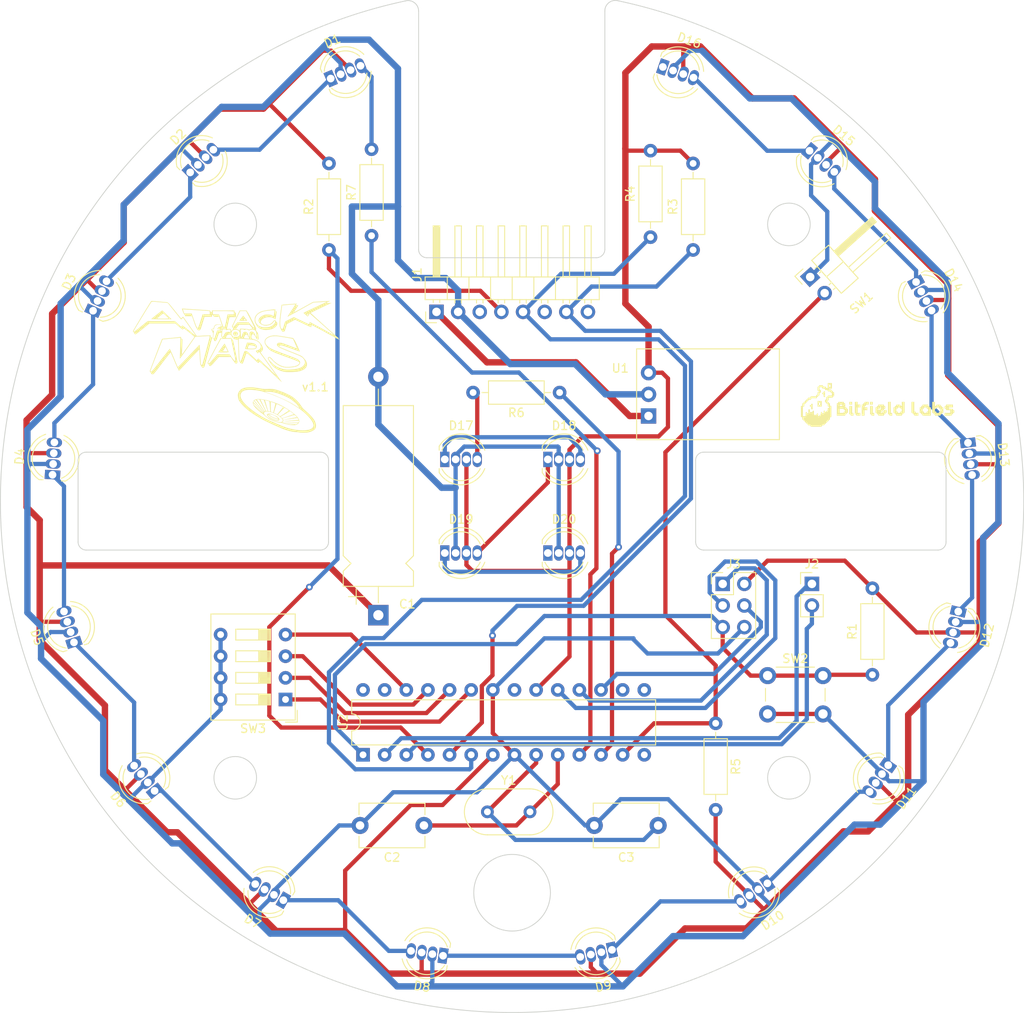
<source format=kicad_pcb>
(kicad_pcb (version 20211014) (generator pcbnew)
  (title_block (title "Attack from Mars RGB Saucer") (rev "1.1") (company "bitfield labs"))
  (layers (0 "F.Cu" signal) (31 "B.Cu" signal) (34 "B.Paste" user) (35 "F.Paste" user) (36 "B.SilkS" user "B.Silkscreen") (37 "F.SilkS" user "F.Silkscreen") (38 "B.Mask" user) (39 "F.Mask" user) (44 "Edge.Cuts" user))
  (net 0 "")
  (net 1 "+5V")
  (net 2 "GND")
  (net 3 "Net-(C2-Pad1)")
  (net 4 "Net-(C3-Pad1)")
  (net 5 "Net-(D1-Pad1)")
  (net 6 "Net-(D1-Pad4)")
  (net 7 "Net-(D3-Pad4)")
  (net 8 "Net-(D3-Pad1)")
  (net 9 "Net-(D4-Pad1)")
  (net 10 "Net-(D5-Pad1)")
  (net 11 "Net-(D7-Pad4)")
  (net 12 "Net-(D7-Pad1)")
  (net 13 "Net-(D8-Pad1)")
  (net 14 "Net-(D9-Pad1)")
  (net 15 "Net-(D11-Pad4)")
  (net 16 "Net-(D11-Pad1)")
  (net 17 "Net-(D12-Pad1)")
  (net 18 "Net-(D13-Pad1)")
  (net 19 "Net-(D15-Pad4)")
  (net 20 "Net-(D15-Pad1)")
  (net 22 "Net-(D18-Pad4)")
  (net 23 "Net-(D17-Pad4)")
  (net 24 "Net-(D18-Pad1)")
  (net 25 "Net-(D19-Pad1)")
  (net 27 "+12V")
  (net 29 "/CLK")
  (net 30 "/DATA")
  (net 32 "/FLASH")
  (net 34 "/RX")
  (net 35 "/TX")
  (net 36 "/MISO")
  (net 37 "/SCK")
  (net 38 "/MOSI")
  (net 39 "/RESET")
  (net 40 "Net-(R5-Pad1)")
  (net 41 "Net-(R6-Pad1)")
  (net 42 "Net-(R7-Pad1)")
  (net 43 "Net-(U2-Pad23)")
  (net 44 "Net-(U2-Pad24)")
  (net 45 "Net-(U2-Pad25)")
  (net 46 "Net-(U2-Pad26)")
  (footprint "LED_THT:LED_D5.0mm-4_RGB" (layer "F.Cu") (at 129.972258 144.897496 -146.2)
    (fp_text reference "D10")
    (fp_text value "APA-106-F5")
  )
  (footprint "Resistor_THT:R_Axial_DIN0207_L6.3mm_D2.5mm_P10.16mm_Horizontal" (layer "F.Cu") (at 116.25 69 90)
    (fp_text reference "R4")
    (fp_text value "1k")
  )
  (footprint "LED_THT:LED_D5.0mm-4_RGB" (layer "F.Cu") (at 58.029219 134.031652 129.1)
    (fp_text reference "D6")
    (fp_text value "APA-106-F5")
  )
  (footprint "LED_THT:LED_D5.0mm-4_RGB" (layer "F.Cu") (at 92.1 106.1)
    (fp_text reference "D19")
    (fp_text value "APA-106-F5")
  )
  (footprint "LED_THT:LED_D5.0mm-4_RGB" (layer "F.Cu") (at 104.2 106.1)
    (fp_text reference "D20")
    (fp_text value "APA-106-F5")
  )
  (footprint "Resistor_THT:R_Axial_DIN0207_L6.3mm_D2.5mm_P10.16mm_Horizontal" (layer "F.Cu") (at 123.9 126.1 -90)
    (fp_text reference "R5")
    (fp_text value "1k")
  )
  (footprint "LED_THT:LED_D5.0mm-4_RGB" (layer "F.Cu") (at 117.698266 49.007438 -19.2)
    (fp_text reference "D16")
    (fp_text value "APA-106-F5")
  )
  (footprint "LED_THT:LED_D5.0mm-4_RGB" (layer "F.Cu") (at 92.1 95.1)
    (fp_text reference "D17")
    (fp_text value "APA-106-F5")
  )
  (footprint "Resistor_THT:R_Axial_DIN0207_L6.3mm_D2.5mm_P10.16mm_Horizontal" (layer "F.Cu") (at 83.5 68.83 90)
    (fp_text reference "R7")
    (fp_text value "220")
  )
  (footprint "bfl:saucer" (layer "F.Cu") (at 72.5 89.1 -25)
    (fp_text reference "G***" hide)
    (fp_text value "LOGO" hide)
  )
  (footprint "LED_THT:LED_D5.0mm-4_RGB" (layer "F.Cu") (at 104.2 95.1)
    (fp_text reference "D18")
    (fp_text value "APA-106-F5")
  )
  (footprint "LED_THT:LED_D5.0mm-4_RGB" (layer "F.Cu") (at 48.564795 116.591332 107.9)
    (fp_text reference "D5")
    (fp_text value "APA-106-F5")
  )
  (footprint "Button_Switch_THT:SW_PUSH_6mm_H9.5mm" (layer "F.Cu") (at 130 120.5)
    (fp_text reference "SW2")
    (fp_text value "SW_Push")
  )
  (footprint "Connector_PinHeader_2.54mm:PinHeader_2x03_P2.54mm_Vertical" (layer "F.Cu") (at 124.725 109.725)
    (fp_text reference "J3")
    (fp_text value "Conn_02x03_Odd_Even")
  )
  (footprint "Capacitor_THT:C_Disc_D7.5mm_W5.0mm_P7.50mm" (layer "F.Cu") (at 117.15 138.1 180)
    (fp_text reference "C3")
    (fp_text value "22pF")
  )
  (footprint "LED_THT:LED_D5.0mm-4_RGB" (layer "F.Cu") (at 152.381515 112.965972 -103.9)
    (fp_text reference "D12")
    (fp_text value "APA-106-F5")
  )
  (footprint "LED_THT:LED_D5.0mm-4_RGB" (layer "F.Cu") (at 78.702036 50.369216 23.2)
    (fp_text reference "D1")
    (fp_text value "APA-106-F5")
  )
  (footprint "Resistor_THT:R_Axial_DIN0207_L6.3mm_D2.5mm_P10.16mm_Horizontal" (layer "F.Cu") (at 78.5 70.5 90)
    (fp_text reference "R2")
    (fp_text value "1k")
  )
  (footprint "LED_THT:LED_D5.0mm-4_RGB" (layer "F.Cu") (at 91.895849 153.401524 171.4)
    (fp_text reference "D8")
    (fp_text value "APA-106-F5")
  )
  (footprint "Resistor_THT:R_Axial_DIN0207_L6.3mm_D2.5mm_P10.16mm_Horizontal" (layer "F.Cu") (at 121.25 70.5 90)
    (fp_text reference "R3")
    (fp_text value "1k")
  )
  (footprint "Converter_DCDC:Converter_DCDC_Murata_OKI-78SR_Horizontal" (layer "F.Cu") (at 116.02 90 90)
    (fp_text reference "U1")
    (fp_text value "OKI-78SR-5_1.5-W36-C")
  )
  (footprint "Connector_PinHeader_2.54mm:PinHeader_1x08_P2.54mm_Horizontal" (layer "F.Cu") (at 91.125 77.775 90)
    (fp_text reference "J1")
    (fp_text value "Conn_01x08_Male")
  )
  (footprint "Resistor_THT:R_Axial_DIN0207_L6.3mm_D2.5mm_P10.16mm_Horizontal" (layer "F.Cu") (at 105.58 87.25 180)
    (fp_text reference "R6")
    (fp_text value "220")
  )
  (footprint "LED_THT:LED_D5.0mm-4_RGB" (layer "F.Cu") (at 73.146895 146.881881 150.2)
    (fp_text reference "D7")
    (fp_text value "APA-106-F5")
  )
  (footprint "Connector_PinHeader_2.54mm:PinHeader_1x02_P2.54mm_Horizontal" (layer "F.Cu") (at 134.9956 73.679937 42)
    (fp_text reference "SW1")
    (fp_text value "Vibration Sensor")
  )
  (footprint "LED_THT:LED_D5.0mm-4_RGB" (layer "F.Cu") (at 147.427862 74.265277 -61.5)
    (fp_text reference "D14")
    (fp_text value "APA-106-F5")
  )
  (footprint "LED_THT:LED_D5.0mm-4_RGB" (layer "F.Cu") (at 62.206663 61.391611 44.4)
    (fp_text reference "D2")
    (fp_text value "APA-106-F5")
  )
  (footprint "Button_Switch_THT:SW_DIP_SPSTx04_Slide_9.78x12.34mm_W7.62mm_P2.54mm" (layer "F.Cu") (at 73.4 123.3 180)
    (fp_text reference "SW3")
    (fp_text value "SW_DIP_x04")
  )
  (footprint "LED_THT:LED_D5.0mm-4_RGB" (layer "F.Cu") (at 153.520786 93.154143 -82.7)
    (fp_text reference "D13")
    (fp_text value "APA-106-F5")
  )
  (footprint "Capacitor_THT:CP_Axial_L21.0mm_D8.0mm_P28.00mm_Horizontal" (layer "F.Cu") (at 84.3 113.4 90)
    (fp_text reference "C1")
    (fp_text value "100uF")
  )
  (footprint "LED_THT:LED_D5.0mm-4_RGB" (layer "F.Cu") (at 111.723763 152.709117 -167.4)
    (fp_text reference "D9")
    (fp_text value "APA-106-F5")
  )
  (footprint "Resistor_THT:R_Axial_DIN0207_L6.3mm_D2.5mm_P10.16mm_Horizontal" (layer "F.Cu") (at 142.3 120.4 90)
    (fp_text reference "R1")
    (fp_text value "10k")
  )
  (footprint "Connector_PinHeader_2.54mm:PinHeader_1x02_P2.54mm_Vertical" (layer "F.Cu") (at 135.2 109.725)
    (fp_text reference "J2")
    (fp_text value "Conn_01x02_Male")
  )
  (footprint "Capacitor_THT:C_Disc_D7.5mm_W5.0mm_P7.50mm" (layer "F.Cu") (at 89.65 138.1 180)
    (fp_text reference "C2")
    (fp_text value "22pF")
  )
  (footprint "LED_THT:LED_D5.0mm-4_RGB" (layer "F.Cu") (at 134.92234 58.852324 -40.4)
    (fp_text reference "D15")
    (fp_text value "APA-106-F5")
  )
  (footprint "LED_THT:LED_D5.0mm-4_RGB" (layer "F.Cu") (at 50.806757 77.63936 65.5)
    (fp_text reference "D3")
    (fp_text value "APA-106-F5")
  )
  (footprint "LED_THT:LED_D5.0mm-4_RGB" (layer "F.Cu") (at 46.046296 96.907235 86.7)
    (fp_text reference "D4")
    (fp_text value "APA-106-F5")
  )
  (footprint "bfl:bl_logo" (layer "F.Cu") (at 142.9 88.7)
    (fp_text reference "G***" hide)
    (fp_text value "LOGO" hide)
  )
  (footprint "LED_THT:LED_D5.0mm-4_RGB" (layer "F.Cu") (at 144.156721 131.024014 -125.1)
    (fp_text reference "D11")
    (fp_text value "APA-106-F5")
  )
  (footprint "Crystal:Resonator-2Pin_W10.0mm_H5.0mm" (layer "F.Cu") (at 97.1 136.5)
    (fp_text reference "Y1")
    (fp_text value "Crystal")
  )
  (footprint "bfl:afm_logo_s" (layer "F.Cu") (at 67.9 81.5)
    (fp_text reference "QR" hide)
    (fp_text value "QRCODE" hide)
  )
  (footprint "Package_DIP:DIP-28_W7.62mm" (layer "F.Cu") (at 82.5 129.8 90)
    (fp_text reference "U2")
    (fp_text value "ATmega328P-P")
  )
  (footprint "bfl:qrcode" (layer "B.Cu") (at 67 82.1 180)
    (fp_text reference "G***" hide)
    (fp_text value "LOGO" hide)
  )
  (gr_line (start 150 94.25) (end 122.5 94.25) (layer "Edge.Cuts") (width 0.1))
  (gr_circle (center 132.5 132.5) (end 135 132.5) (layer "Edge.Cuts") (width 0.1) (fill none))
  (gr_arc (start 121.55 95.2) (mid 121.828249 94.528249) (end 122.5 94.25) (layer "Edge.Cuts") (width 0.1))
  (gr_arc (start 112.4471 41.23418) (mid 100.043164 160.069543) (end 87.468458 41.252129) (layer "Edge.Cuts") (width 0.1))
  (gr_arc (start 87.468458 41.25213) (mid 88.542396 41.46573) (end 89.026697 42.44778) (layer "Edge.Cuts") (width 0.1))
  (gr_circle (center 100 146) (end 104.5 146) (layer "Edge.Cuts") (width 0.1) (fill none))
  (gr_line (start 89.988861 71.409944) (end 109.888861 71.409944) (layer "Edge.Cuts") (width 0.1))
  (gr_arc (start 150 94.25) (mid 150.671751 94.528249) (end 150.95 95.2) (layer "Edge.Cuts") (width 0.1))
  (gr_line (start 122.5 105.75) (end 150 105.75) (layer "Edge.Cuts") (width 0.1))
  (gr_arc (start 110.888861 70.42983) (mid 110.594739 71.129942) (end 109.888861 71.409944) (layer "Edge.Cuts") (width 0.1))
  (gr_arc (start 122.5 105.75) (mid 121.828249 105.471751) (end 121.55 104.8) (layer "Edge.Cuts") (width 0.1))
  (gr_circle (center 132.5 67.5) (end 135 67.5) (layer "Edge.Cuts") (width 0.1) (fill none))
  (gr_circle (center 67.5 132.5) (end 70 132.5) (layer "Edge.Cuts") (width 0.1) (fill none))
  (gr_line (start 78.45 95.2) (end 78.45 104.8) (layer "Edge.Cuts") (width 0.1))
  (gr_arc (start 49.05 95.2) (mid 49.328249 94.528249) (end 50 94.25) (layer "Edge.Cuts") (width 0.1))
  (gr_line (start 77.5 94.25) (end 50 94.25) (layer "Edge.Cuts") (width 0.1))
  (gr_arc (start 89.988861 71.409944) (mid 89.308508 71.128133) (end 89.026697 70.44778) (layer "Edge.Cuts") (width 0.1))
  (gr_line (start 110.888861 42.42983) (end 110.888861 70.42983) (layer "Edge.Cuts") (width 0.1))
  (gr_arc (start 50 105.75) (mid 49.328249 105.471751) (end 49.05 104.8) (layer "Edge.Cuts") (width 0.1))
  (gr_arc (start 150.95 104.8) (mid 150.671751 105.471751) (end 150 105.75) (layer "Edge.Cuts") (width 0.1))
  (gr_line (start 49.05 95.2) (end 49.05 104.8) (layer "Edge.Cuts") (width 0.1))
  (gr_arc (start 110.888861 42.42983) (mid 111.373162 41.44778) (end 112.4471 41.23418) (layer "Edge.Cuts") (width 0.1))
  (gr_arc (start 78.45 104.8) (mid 78.171751 105.471751) (end 77.5 105.75) (layer "Edge.Cuts") (width 0.1))
  (gr_line (start 150.95 95.2) (end 150.95 104.8) (layer "Edge.Cuts") (width 0.1))
  (gr_circle (center 67.5 67.5) (end 70 67.5) (layer "Edge.Cuts") (width 0.1) (fill none))
  (gr_line (start 121.55 95.2) (end 121.55 104.8) (layer "Edge.Cuts") (width 0.1))
  (gr_arc (start 77.5 94.25) (mid 78.171751 94.528249) (end 78.45 95.2) (layer "Edge.Cuts") (width 0.1))
  (gr_line (start 89.026697 42.44778) (end 89.026697 70.44778) (layer "Edge.Cuts") (width 0.1))
  (gr_line (start 50 105.75) (end 77.5 105.75) (layer "Edge.Cuts") (width 0.1))
  (gr_text "v1.1" (at 76.9 86.6) (layer "F.SilkS") (effects (font (size 1 1))))
  (segment (start 129.99 107) (end 139.06 107) (width 0.5) (layer "F.Cu") (net 1))
  (segment (start 118.3 91.3) (end 118.3 85.6) (width 0.5) (layer "F.Cu") (net 1))
  (segment (start 157.1 102.6) (end 154.9 104.8) (width 0.75) (layer "F.Cu") (net 1))
  (segment (start 52.2 124) (end 44.541992 116.341992) (width 0.75) (layer "F.Cu") (net 1))
  (segment (start 51.428058 75.328058) (end 50.05 73.95) (width 0.5) (layer "F.Cu") (net 1))
  (segment (start 138.75 58.35) (end 142.6 62.2) (width 0.75) (layer "F.Cu") (net 1))
  (segment (start 78.5 60.34) (end 71.56 53.4) (width 0.5) (layer "F.Cu") (net 1))
  (segment (start 54.4 69.6) (end 54.4 65.2) (width 0.75) (layer "F.Cu") (net 1))
  (segment (start 145.25 135.35) (end 141.8 138.8) (width 0.75) (layer "F.Cu") (net 1))
  (segment (start 71.3 53.4) (end 77.6 47.1) (width 0.75) (layer "F.Cu") (net 1))
  (segment (start 94.64 95.1) (end 94.64 106.1) (width 0.5) (layer "F.Cu") (net 1))
  (segment (start 146.5 134.1) (end 145.25 135.35) (width 0.75) (layer "F.Cu") (net 1))
  (segment (start 142.6 65.9) (end 151.2 74.5) (width 0.75) (layer "F.Cu") (net 1))
  (segment (start 116.25 58.84) (end 113.54 58.84) (width 0.5) (layer "F.Cu") (net 1))
  (segment (start 142.696208 133.102114) (end 143.002114 133.102114) (width 0.5) (layer "F.Cu") (net 1))
  (segment (start 116.02 84.92) (end 116.02 79.52) (width 0.75) (layer "F.Cu") (net 1))
  (segment (start 94.64 106.1) (end 94.64 107.5) (width 0.5) (layer "F.Cu") (net 1))
  (segment (start 113.3 58.6) (end 113.3 49.7) (width 0.75) (layer "F.Cu") (net 1))
  (segment (start 50.05 73.95) (end 54.4 69.6) (width 0.75) (layer "F.Cu") (net 1))
  (segment (start 118.3 85.6) (end 117.62 84.92) (width 0.5) (layer "F.Cu") (net 1))
  (segment (start 136.856647 60.243353) (end 138.75 58.35) (width 0.5) (layer "F.Cu") (net 1))
  (segment (start 88.1 135.7) (end 80.4 143.4) (width 0.5) (layer "F.Cu") (net 1))
  (segment (start 117.2 92.4) (end 118.3 91.3) (width 0.5) (layer "F.Cu") (net 1))
  (segment (start 141.8 138.8) (end 138.9 138.8) (width 0.75) (layer "F.Cu") (net 1))
  (segment (start 120.6 46.6) (end 122.1 46.6) (width 0.75) (layer "F.Cu") (net 1))
  (segment (start 148.758226 76.379091) (end 151.020909 76.379091) (width 0.5) (layer "F.Cu") (net 1))
  (segment (start 113.3 49.7) (end 116.4 46.6) (width 0.75) (layer "F.Cu") (net 1))
  (segment (start 78.768036 47.1) (end 77.6 47.1) (width 0.5) (layer "F.Cu") (net 1))
  (segment (start 43 100.7) (end 43 94.4) (width 0.75) (layer "F.Cu") (net 1))
  (segment (start 154.868408 115.431592) (end 154.9 115.4) (width 0.5) (layer "F.Cu") (net 1))
  (segment (start 89 155.5) (end 85.4 155.5) (width 0.75) (layer "F.Cu") (net 1))
  (segment (start 127.5 150.2) (end 120.3 150.2) (width 0.75) (layer "F.Cu") (net 1))
  (segment (start 65.7 53.9) (end 70.8 53.9) (width 0.75) (layer "F.Cu") (net 1))
  (segment (start 80.4 143.4) (end 80.4 150.5) (width 0.5) (layer "F.Cu") (net 1))
  (segment (start 78.458008 107.558008) (end 44.541992 107.558008) (width 0.75) (layer "F.Cu") (net 1))
  (segment (start 44.541992 102.241992) (end 43 100.7) (width 0.75) (layer "F.Cu") (net 1))
  (segment (start 156.673555 95.673555) (end 157.1 96.1) (width 0.5) (layer "F.Cu") (net 1))
  (segment (start 147.491592 115.431592) (end 151.771336 115.431592) (width 0.5) (layer "F.Cu") (net 1))
  (segment (start 80.4 150.5) (end 72.3 150.5) (width 0.75) (layer "F.Cu") (net 1))
  (segment (start 43.028553 94.371447) (end 43 94.4) (width 0.5) (layer "F.Cu") (net 1))
  (segment (start 81.03664 49.368604) (end 78.768036 47.1) (width 0.5) (layer "F.Cu") (net 1))
  (segment (start 113.3 76.8) (end 113.3 58.6) (width 0.75) (layer "F.Cu") (net 1))
  (segment (start 89.384408 155.115592) (end 89 155.5) (width 0.5) (layer "F.Cu") (net 1))
  (segment (start 44.541992 107.558008) (end 44.541992 102.241992) (width 0.75) (layer "F.Cu") (net 1))
  (segment (start 54.55 133.95) (end 52.2 131.6) (width 0.75) (layer "F.Cu") (net 1))
  (segment (start 138.9 138.8) (end 129.65 148.05) (width 0.75) (layer "F.Cu") (net 1))
  (segment (start 44.541992 116.341992) (end 44.541992 114.458008) (width 0.75) (layer "F.Cu") (net 1))
  (segment (start 110 155.5) (end 89 155.5) (width 0.75) (layer "F.Cu") (net 1))
  (segment (start 51.860078 75.328058) (end 51.428058 75.328058) (width 0.5) (layer "F.Cu") (net 1))
  (segment (start 123.9 142.34893) (end 127.861557 146.310487) (width 0.5) (layer "F.Cu") (net 1))
  (segment (start 43 94.4) (end 43 90.5) (width 0.75) (layer "F.Cu") (net 1))
  (segment (start 71.56 53.4) (end 71.3 53.4) (width 0.5) (layer "F.Cu") (net 1))
  (segment (start 47.784109 114.174282) (end 44.825718 114.174282) (width 0.5) (layer "F.Cu") (net 1))
  (segment (start 120.096982 49.842759) (end 120.096982 47.103018) (width 0.5) (layer "F.Cu") (net 1))
  (segment (start 128.2 52.7) (end 133.1 52.7) (width 0.75) (layer "F.Cu") (net 1))
  (segment (start 146.5 125.1) (end 146.5 134.1) (width 0.75) (layer "F.Cu") (net 1))
  (segment (start 70.942771 145.619567) (end 70.880433 145.619567) (width 0.5) (layer "F.Cu") (net 1))
  (segment (start 44.825718 114.174282) (end 44.541992 114.458008) (width 0.5) (layer "F.Cu") (net 1))
  (segment (start 151.771336 115.431592) (end 154.868408 115.431592) (width 0.5) (layer "F.Cu") (net 1))
  (segment (start 151.2 76.2) (end 151.2 85.2) (width 0.75) (layer "F.Cu") (net 1))
  (segment (start 133.1 52.7) (end 138.75 58.35) (width 0.75) (layer "F.Cu") (net 1))
  (segment (start 157.1 91.1) (end 157.1 96.1) (width 0.75) (layer "F.Cu") (net 1))
  (segment (start 120.096982 47.103018) (end 120.6 46.6) (width 0.5) (layer "F.Cu") (net 1))
  (segment (start 84.3 113.4) (end 78.458008 107.558008) (width 0.75) (layer "F.Cu") (net 1))
  (segment (start 89.384408 153.021704) (end 89.384408 155.115592) (width 0.5) (layer "F.Cu") (net 1))
  (segment (start 46 87.5) (end 46 78) (width 0.75) (layer "F.Cu") (net 1))
  (segment (start 151.2 85.2) (end 157.1 91.1) (width 0.75) (layer "F.Cu") (net 1))
  (segment (start 123.9 136.26) (end 123.9 142.34893) (width 0.5) (layer "F.Cu") (net 1))
  (segment (start 154.9 115.4) (end 154.9 116.7) (width 0.75) (layer "F.Cu") (net 1))
  (segment (start 116.25 58.84) (end 119.75 58.84) (width 0.5) (layer "F.Cu") (net 1))
  (segment (start 106.74 95.1) (end 106.74 106.1) (width 0.5) (layer "F.Cu") (net 1))
  (segment (start 43 90.5) (end 46 87.5) (width 0.75) (layer "F.Cu") (net 1))
  (segment (start 85.4 155.5) (end 80.4 150.5) (width 0.75) (layer "F.Cu") (net 1))
  (segment (start 106.68 108.2) (end 106.74 108.14) (width 0.5) (layer "F.Cu") (net 1))
  (segment (start 154.9 104.8) (end 154.9 115.4) (width 0.75) (layer "F.Cu") (net 1))
  (segment (start 97.74 129.8) (end 91.84 135.7) (width 0.5) (layer "F.Cu") (net 1))
  (segment (start 106.74 95.1) (end 106.74 93.96) (width 0.5) (layer "F.Cu") (net 1))
  (segment (start 154.9 116.7) (end 146.5 125.1) (width 0.75) (layer "F.Cu") (net 1))
  (segment (start 91.84 135.7) (end 88.1 135.7) (width 0.5) (layer "F.Cu") (net 1))
  (segment (start 64.014466 59.614466) (end 62 57.6) (width 0.5) (layer "F.Cu") (net 1))
  (segment (start 46.192509 94.371447) (end 43.028553 94.371447) (width 0.5) (layer "F.Cu") (net 1))
  (segment (start 60.7 138.9) (end 59.5 138.9) (width 0.75) (layer "F.Cu") (net 1))
  (segment (start 108.3 92.4) (end 117.2 92.4) (width 0.5) (layer "F.Cu") (net 1))
  (segment (start 116.02 79.52) (end 113.3 76.8) (width 0.75) (layer "F.Cu") (net 1))
  (segment (start 54.4 65.2) (end 62 57.6) (width 0.75) (layer "F.Cu") (net 1))
  (segment (start 70.8 53.9) (end 71.3 53.4) (width 0.75) (layer "F.Cu") (net 1))
  (segment (start 148.639845 76.497472) (end 148.758226 76.379091) (width 0.5) (layer "F.Cu") (net 1))
  (segment (start 129.65 148.05) (end 127.5 150.2) (width 0.75) (layer "F.Cu") (net 1))
  (segment (start 116.4 46.6) (end 120.6 46.6) (width 0.75) (layer "F.Cu") (net 1))
  (segment (start 70.880433 145.619567) (end 69.15 147.35) (width 0.5) (layer "F.Cu") (net 1))
  (segment (start 106.74 118.26) (end 106.74 108.14) (width 0.5) (layer "F.Cu") (net 1))
  (segment (start 139.06 107) (end 142.3 110.24) (width 0.5) (layer "F.Cu") (net 1))
  (segment (start 119.75 58.84) (end 121.25 60.34) (width 0.5) (layer "F.Cu") (net 1))
  (segment (start 127.861557 146.310487) (end 127.910487 146.310487) (width 0.5) (layer "F.Cu") (net 1))
  (segment (start 127.910487 146.310487) (end 129.65 148.05) (width 0.5) (layer "F.Cu") (net 1))
  (segment (start 69.15 147.35) (end 60.7 138.9) (width 0.75) (layer "F.Cu") (net 1))
  (segment (start 142.6 62.2) (end 142.6 65.9) (width 0.75) (layer "F.Cu") (net 1))
  (segment (start 151.2 74.5) (end 151.2 76.2) (width 0.75) (layer "F.Cu") (net 1))
  (segment (start 102.82 122.18) (end 106.74 118.26) (width 0.5) (layer "F.Cu") (net 1))
  (segment (start 109.244934 154.744934) (end 110 155.5) (width 0.5) (layer "F.Cu") (net 1))
  (segment (start 64.021424 59.614466) (end 64.014466 59.614466) (width 0.5) (layer "F.Cu") (net 1))
  (segment (start 59.5 138.9) (end 54.55 133.95) (width 0.75) (layer "F.Cu") (net 1))
  (segment (start 56.427302 132.060494) (end 56.427302 132.072698) (width 0.5) (layer "F.Cu") (net 1))
  (segment (start 62 57.6) (end 65.7 53.9) (width 0.75) (layer "F.Cu") (net 1))
  (segment (start 117.62 84.92) (end 116.02 84.92) (width 0.5) (layer "F.Cu") (net 1))
  (segment (start 142.3 110.24) (end 147.491592 115.431592) (width 0.5) (layer "F.Cu") (net 1))
  (segment (start 113.54 58.84) (end 113.3 58.6) (width 0.5) (layer "F.Cu") (net 1))
  (segment (start 157.1 96.1) (end 157.1 102.6) (width 0.75) (layer "F.Cu") (net 1))
  (segment (start 136.856647 60.498549) (end 136.856647 60.243353) (width 0.5) (layer "F.Cu") (net 1))
  (segment (start 143.002114 133.102114) (end 145.25 135.35) (width 0.5) (layer "F.Cu") (net 1))
  (segment (start 72.3 150.5) (end 69.15 147.35) (width 0.75) (layer "F.Cu") (net 1))
  (segment (start 44.541992 114.458008) (end 44.541992 107.558008) (width 0.75) (layer "F.Cu") (net 1))
  (segment (start 46 78) (end 50.05 73.95) (width 0.75) (layer "F.Cu") (net 1))
  (segment (start 56.427302 132.072698) (end 54.55 133.95) (width 0.5) (layer "F.Cu") (net 1))
  (segment (start 52.2 131.6) (end 52.2 124) (width 0.75) (layer "F.Cu") (net 1))
  (segment (start 127.265 109.725) (end 129.99 107) (width 0.5) (layer "F.Cu") (net 1))
  (segment (start 153.84353 95.673555) (end 156.673555 95.673555) (width 0.5) (layer "F.Cu") (net 1))
  (segment (start 95.34 108.2) (end 106.68 108.2) (width 0.5) (layer "F.Cu") (net 1))
  (segment (start 115 155.5) (end 110 155.5) (width 0.75) (layer "F.Cu") (net 1))
  (segment (start 106.74 93.96) (end 108.3 92.4) (width 0.5) (layer "F.Cu") (net 1))
  (segment (start 122.1 46.6) (end 128.2 52.7) (width 0.75) (layer "F.Cu") (net 1))
  (segment (start 106.74 108.14) (end 106.74 106.1) (width 0.5) (layer "F.Cu") (net 1))
  (segment (start 94.64 107.5) (end 95.34 108.2) (width 0.5) (layer "F.Cu") (net 1))
  (segment (start 109.244934 153.263201) (end 109.244934 154.744934) (width 0.5) (layer "F.Cu") (net 1))
  (segment (start 120.3 150.2) (end 115 155.5) (width 0.75) (layer "F.Cu") (net 1))
  (segment (start 151.020909 76.379091) (end 151.2 76.2) (width 0.5) (layer "F.Cu") (net 1))
  (segment (start 97.74 127.26) (end 100.28 129.8) (width 0.5) (layer "F.Cu") (net 2))
  (segment (start 97.74 122.18) (end 97.74 127.26) (width 0.5) (layer "F.Cu") (net 2))
  (segment (start 130 125) (end 136.5 125) (width 0.5) (layer "F.Cu") (net 2))
  (segment (start 127.9 52.7) (end 122.3 47.1) (width 0.75) (layer "B.Cu") (net 2))
  (segment (start 103.795 116.125) (end 97.74 122.18) (width 0.5) (layer "B.Cu") (net 2))
  (segment (start 135.889494 59.675436) (end 135.889494 59.410506) (width 0.5) (layer "B.Cu") (net 2))
  (segment (start 79.869338 48.569338) (end 77.9 46.6) (width 0.5) (layer "B.Cu") (net 2))
  (segment (start 153.682158 94.413849) (end 156.986151 94.413849) (width 0.5) (layer "B.Cu") (net 2))
  (segment (start 132.8 52.7) (end 127.9 52.7) (width 0.75) (layer "B.Cu") (net 2))
  (segment (start 155.3 104.3) (end 157.1 102.5) (width 0.75) (layer "B.Cu") (net 2))
  (segment (start 90.1 157) (end 113 157) (width 0.75) (layer "B.Cu") (net 2))
  (segment (start 44.7 118.5) (end 52 125.8) (width 0.75) (layer "B.Cu") (net 2))
  (segment (start 135.1 60.46493) (end 135.1 64.1) (width 0.5) (layer "B.Cu") (net 2))
  (segment (start 61.1 58.5) (end 54.4 65.2) (width 0.75) (layer "B.Cu") (net 2))
  (segment (start 143.2 138) (end 148.3 132.9) (width 0.75) (layer "B.Cu") (net 2))
  (segment (start 84.3 85.4) (end 84.3 76.4) (width 0.75) (layer "B.Cu") (net 2))
  (segment (start 93.37 94.612) (end 94.382 93.6) (width 0.5) (layer "B.Cu") (net 2))
  (segment (start 51.333417 76.483709) (end 50.983709 76.483709) (width 0.5) (layer "B.Cu") (net 2))
  (segment (start 86.5 157) (end 90.1 157) (width 0.75) (layer "B.Cu") (net 2))
  (segment (start 148.215229 75.2) (end 151.1 75.2) (width 0.5) (layer "B.Cu") (net 2))
  (segment (start 72.044833 146.250724) (end 70.35 147.945557) (width 0.5) (layer "B.Cu") (net 2))
  (segment (start 105.47 93.7) (end 105.47 95.1) (width 0.5) (layer "B.Cu") (net 2))
  (segment (start 114.25 116.25) (end 114.25 116.125) (width 0.5) (layer "B.Cu") (net 2))
  (segment (start 116.02 87.46) (end 110.96 87.46) (width 0.75) (layer "B.Cu") (net 2))
  (segment (start 88.7 73.8) (end 86.6 71.7) (width 0.75) (layer "B.Cu") (net 2))
  (segment (start 110.484349 154.484349) (end 113 157) (width 0.5) (layer "B.Cu") (net 2))
  (segment (start 48.174452 115.382807) (end 45.817193 115.382807) (width 0.5) (layer "B.Cu") (net 2))
  (segment (start 151.1 84.9) (end 151.1 75.2) (width 0.75) (layer "B.Cu") (net 2))
  (segment (start 79.7 138.1) (end 82.15 138.1) (width 0.5) (layer "B.Cu") (net 2))
  (segment (start 136.5 125) (end 143.426464 131.926464) (width 0.5) (layer "B.Cu") (net 2))
  (segment (start 110.96 87.46) (end 107.4 83.9) (width 0.75) (layer "B.Cu") (net 2))
  (segment (start 70.35 149.55) (end 71.6 150.8) (width 0.75) (layer "B.Cu") (net 2))
  (segment (start 43.1 113.1) (end 44.7 114.7) (width 0.75) (layer "B.Cu") (net 2))
  (segment (start 108.58 138.1) (end 100.28 129.8) (width 0.5) (layer "B.Cu") (net 2))
  (segment (start 143.426464 131.926464) (end 143.426464 132.063064) (width 0.5) (layer "B.Cu") (net 2))
  (segment (start 78.7 45.8) (end 77.9 46.6) (width 0.75) (layer "B.Cu") (net 2))
  (segment (start 135.889494 59.410506) (end 137.7 57.6) (width 0.5) (layer "B.Cu") (net 2))
  (segment (start 113 157) (end 118.9 151.1) (width 0.75) (layer "B.Cu") (net 2))
  (segment (start 135.889494 59.675436) (end 135.1 60.46493) (width 0.5) (layer "B.Cu") (net 2))
  (segment (start 72.044833 145.755167) (end 79.7 138.1) (width 0.5) (layer "B.Cu") (net 2))
  (segment (start 47 76.8) (end 47 87.7) (width 0.75) (layer "B.Cu") (net 2))
  (segment (start 94.382 93.6) (end 105.37 93.6) (width 0.5) (layer "B.Cu") (net 2))
  (segment (start 83.2 45.8) (end 78.7 45.8) (width 0.75) (layer "B.Cu") (net 2))
  (segment (start 157.1 94.3) (end 157.1 90.9) (width 0.75) (layer "B.Cu") (net 2))
  (segment (start 127.1 151.1) (end 130.55 147.65) (width 0.75) (layer "B.Cu") (net 2))
  (segment (start 152.076425 114.198782) (end 155.298782 114.198782) (width 0.5) (layer "B.Cu") (net 2))
  (segment (start 95.88 134.2) (end 86.05 134.2) (width 0.5) (layer "B.Cu") (net 2))
  (segment (start 63.114043 60.503039) (end 63.103039 60.503039) (width 0.5) (layer "B.Cu") (net 2))
  (segment (start 65.78 123.3) (end 65.78 124.494334) (width 0.5) (layer "B.Cu") (net 2))
  (segment (start 92.2 73.8) (end 88.7 73.8) (width 0.75) (layer "B.Cu") (net 2))
  (segment (start 157.1 90.9) (end 151.1 84.9) (width 0.75) (layer "B.Cu") (net 2))
  (segment (start 86.6 49.2) (end 83.2 45.8) (width 0.75) (layer "B.Cu") (net 2))
  (segment (start 128.916908 145.603991) (end 128.916908 146.016908) (width 0.5) (layer "B.Cu") (net 2))
  (segment (start 86.6 71.7) (end 86.6 65.4) (width 0.75) (layer "B.Cu") (net 2))
  (segment (start 148.033854 75.381375) (end 148.215229 75.2) (width 0.5) (layer "B.Cu") (net 2))
  (segment (start 115.9 117.9) (end 114.25 116.25) (width 0.5) (layer "B.Cu") (net 2))
  (segment (start 84.3 85.4) (end 84.3 91) (width 0.75) (layer "B.Cu") (net 2))
  (segment (start 155.3 116.6) (end 155.3 114.2) (width 0.75) (layer "B.Cu") (net 2))
  (segment (start 55 135.1) (end 60.1 140.2) (width 0.75) (layer "B.Cu") (net 2))
  (segment (start 65.9 53.7) (end 61.1 58.5) (width 0.75) (layer "B.Cu") (net 2))
  (segment (start 49.15 74.65) (end 47 76.8) (width 0.75) (layer "B.Cu") (net 2))
  (segment (start 130.55 147.65) (end 140.2 138) (width 0.75) (layer "B.Cu") (net 2))
  (segment (start 156.986151 94.413849) (end 157.1 94.3) (width 0.5) (layer "B.Cu") (net 2))
  (segment (start 93.665 77.775) (end 93.665 75.265) (width 0.75) (layer "B.Cu") (net 2))
  (segment (start 65.78 124.494334) (end 57.228261 133.046073) (width 0.5) (layer "B.Cu") (net 2))
  (segment (start 124.17 117.9) (end 115.9 117.9) (width 0.5) (layer "B.Cu") (net 2))
  (segment (start 79.869338 49.86891) (end 79.869338 48.569338) (width 0.5) (layer "B.Cu") (net 2))
  (segment (start 148.3 132.9) (end 148.3 123.6) (width 0.75) (layer "B.Cu") (net 2))
  (segment (start 137.7 57.6) (end 142.6 62.5) (width 0.75) (layer "B.Cu") (net 2))
  (segment (start 143.426464 132.063064) (end 144.2634 132.9) (width 0.5) (layer "B.Cu") (net 2))
  (segment (start 118.9 151.1) (end 127.1 151.1) (width 0.75) (layer "B.Cu") (net 2))
  (segment (start 137 71.675537) (end 134.9956 73.679937) (width 0.5) (layer "B.Cu") (net 2))
  (segment (start 90.640128 156.459872) (end 90.1 157) (width 0.5) (layer "B.Cu") (net 2))
  (segment (start 140.2 138) (end 143.2 138) (width 0.75) (layer "B.Cu") (net 2))
  (segment (start 70.35 147.945557) (end 70.35 149.55) (width 0.5) (layer "B.Cu") (net 2))
  (segment (start 105.47 95.1) (end 105.47 106.1) (width 0.5) (layer "B.Cu") (net 2))
  (segment (start 144.2634 132.9) (end 148.3 132.9) (width 0.5) (layer "B.Cu") (net 2))
  (segment (start 77.9 46.6) (end 70.8 53.7) (width 0.75) (layer "B.Cu") (net 2))
  (segment (start 84.3 76.4) (end 81.2 73.3) (width 0.75) (layer "B.Cu") (net 2))
  (segment (start 84.3 91) (end 91.73 98.43) (width 0.75) (layer "B.Cu") (net 2))
  (segment (start 93.37 95.1) (end 93.37 94.612) (width 0.5) (layer "B.Cu") (net 2))
  (segment (start 60.1 140.2) (end 61 140.2) (width 0.75) (layer "B.Cu") (net 2))
  (segment (start 142.6 62.5) (end 142.6 65.6) (width 0.75) (layer "B.Cu") (net 2))
  (segment (start 142.6 65.6) (end 151.1 74.1) (width 0.75) (layer "B.Cu") (net 2))
  (segment (start 45.817193 115.382807) (end 44.7 116.5) (width 0.5) (layer "B.Cu") (net 2))
  (segment (start 43.1 95.5) (end 43.1 113.1) (width 0.75) (layer "B.Cu") (net 2))
  (segment (start 81.2 73.3) (end 81.2 65.4) (width 0.75) (layer "B.Cu") (net 2))
  (segment (start 57.053927 133.046073) (end 55 135.1) (width 0.5) (layer "B.Cu") (net 2))
  (segment (start 61 140.2) (end 70.35 149.55) (width 0.75) (layer "B.Cu") (net 2))
  (segment (start 52 132.1) (end 55 135.1) (width 0.75) (layer "B.Cu") (net 2))
  (segment (start 100.28 129.8) (end 95.88 134.2) (width 0.5) (layer "B.Cu") (net 2))
  (segment (start 52 125.8) (end 52 132.1) (width 0.75) (layer "B.Cu") (net 2))
  (segment (start 118.897624 49.425099) (end 118.897624 49.102376) (width 0.5) (layer "B.Cu") (net 2))
  (segment (start 109.65 138.1) (end 108.58 138.1) (width 0.5) (layer "B.Cu") (net 2))
  (segment (start 128.916908 146.016908) (end 130.55 147.65) (width 0.5) (layer "B.Cu") (net 2))
  (segment (start 46.119402 95.639341) (end 43.239341 95.639341) (width 0.5) (layer "B.Cu") (net 2))
  (segment (start 137.7 57.6) (end 132.8 52.7) (width 0.75) (layer "B.Cu") (net 2))
  (segment (start 43.239341 95.639341) (end 43.1 95.5) (width 0.5) (layer "B.Cu") (net 2))
  (segment (start 54.4 65.2) (end 54.4 69.4) (width 0.75) (layer "B.Cu") (net 2))
  (segment (start 151.1 74.1) (end 151.1 75.2) (width 0.75) (layer "B.Cu") (net 2))
  (segment (start 81.2 65.4) (end 86.6 65.4) (width 0.75) (layer "B.Cu") (net 2))
  (segment (start 57.228261 133.046073) (end 57.053927 133.046073) (width 0.5) (layer "B.Cu") (net 2))
  (segment (start 44.7 114.7) (end 44.7 116.5) (width 0.75) (layer "B.Cu") (net 2))
  (segment (start 63.103039 60.503039) (end 61.1 58.5) (width 0.5) (layer "B.Cu") (net 2))
  (segment (start 80.3 150.8) (end 86.5 157) (width 0.75) (layer "B.Cu") (net 2))
  (segment (start 112.74 135.01) (end 109.65 138.1) (width 0.5) (layer "B.Cu") (net 2))
  (segment (start 105.37 93.6) (end 105.47 93.7) (width 0.5) (layer "B.Cu") (net 2))
  (segment (start 128.916908 145.603991) (end 118.322917 135.01) (width 0.5) (layer "B.Cu") (net 2))
  (segment (start 110.484349 152.986159) (end 110.484349 154.484349) (width 0.5) (layer "B.Cu") (net 2))
  (segment (start 148.3 123.6) (end 155.3 116.6) (width 0.75) (layer "B.Cu") (net 2))
  (segment (start 107.4 83.9) (end 99.79 83.9) (width 0.75) (layer "B.Cu") (net 2))
  (segment (start 54.4 69.4) (end 49.15 74.65) (width 0.75) (layer "B.Cu") (net 2))
  (segment (start 127.265 114.805) (end 124.17 117.9) (width 0.5) (layer "B.Cu") (net 2))
  (segment (start 137 66) (end 137 71.675537) (width 0.5) (layer "B.Cu") (net 2))
  (segment (start 44.7 116.5) (end 44.7 118.5) (width 0.75) (layer "B.Cu") (net 2))
  (segment (start 43.1 91.6) (end 43.1 95.5) (width 0.75) (layer "B.Cu") (net 2))
  (segment (start 118.322917 135.01) (end 112.74 135.01) (width 0.5) (layer "B.Cu") (net 2))
  (segment (start 93.37 98.43) (end 93.37 106.1) (width 0.5) (layer "B.Cu") (net 2))
  (segment (start 99.79 83.9) (end 93.665 77.775) (width 0.75) (layer "B.Cu") (net 2))
  (segment (start 50.983709 76.483709) (end 49.15 74.65) (width 0.5) (layer "B.Cu") (net 2))
  (segment (start 90.640128 153.211614) (end 90.640128 156.459872) (width 0.5) (layer "B.Cu") (net 2))
  (segment (start 118.897624 49.102376) (end 120.9 47.1) (width 0.5) (layer "B.Cu") (net 2))
  (segment (start 155.3 114.2) (end 155.3 104.3) (width 0.75) (layer "B.Cu") (net 2))
  (segment (start 120.9 47.1) (end 122.3 47.1) (width 0.5) (layer "B.Cu") (net 2))
  (segment (start 82.15 138.1) (end 86.05 134.2) (width 0.5) (layer "B.Cu") (net 2))
  (segment (start 72.044833 146.250724) (end 72.044833 145.755167) (width 0.5) (layer "B.Cu") (net 2))
  (segment (start 93.37 95.1) (end 93.37 98.43) (width 0.5) (layer "B.Cu") (net 2))
  (segment (start 157.1 102.5) (end 157.1 94.3) (width 0.75) (layer "B.Cu") (net 2))
  (segment (start 47 87.7) (end 43.1 91.6) (width 0.75) (layer "B.Cu") (net 2))
  (segment (start 135.1 64.1) (end 137 66) (width 0.5) (layer "B.Cu") (net 2))
  (segment (start 91.73 98.43) (end 93.37 98.43) (width 0.75) (layer "B.Cu") (net 2))
  (segment (start 70.8 53.7) (end 65.9 53.7) (width 0.75) (layer "B.Cu") (net 2))
  (segment (start 86.6 65.4) (end 86.6 49.2) (width 0.75) (layer "B.Cu") (net 2))
  (segment (start 71.6 150.8) (end 80.3 150.8) (width 0.75) (layer "B.Cu") (net 2))
  (segment (start 93.665 75.265) (end 92.2 73.8) (width 0.75) (layer "B.Cu") (net 2))
  (segment (start 65.78 115.68) (end 65.78 123.3) (width 0.5) (layer "B.Cu") (net 2))
  (segment (start 155.298782 114.198782) (end 155.3 114.2) (width 0.5) (layer "B.Cu") (net 2))
  (segment (start 114.25 116.125) (end 103.795 116.125) (width 0.5) (layer "B.Cu") (net 2))
  (segment (start 102.1 136.5) (end 105.36 133.24) (width 0.5) (layer "F.Cu") (net 3))
  (segment (start 100.5 138.1) (end 89.65 138.1) (width 0.5) (layer "F.Cu") (net 3))
  (segment (start 105.36 133.24) (end 105.36 129.8) (width 0.5) (layer "F.Cu") (net 3))
  (segment (start 102.1 136.5) (end 100.5 138.1) (width 0.5) (layer "F.Cu") (net 3))
  (segment (start 97.1 136.5) (end 102.82 130.78) (width 0.5) (layer "F.Cu") (net 4))
  (segment (start 102.82 130.78) (end 102.82 129.8) (width 0.5) (layer "F.Cu") (net 4))
  (segment (start 100.4 139.8) (end 115.45 139.8) (width 0.5) (layer "B.Cu") (net 4))
  (segment (start 97.1 136.5) (end 100.4 139.8) (width 0.5) (layer "B.Cu") (net 4))
  (segment (start 115.45 139.8) (end 117.15 138.1) (width 0.5) (layer "B.Cu") (net 4))
  (segment (start 70.345358 58.725894) (end 78.702036 50.369216) (width 0.5) (layer "B.Cu") (net 5))
  (segment (start 64.928804 58.725894) (end 70.345358 58.725894) (width 0.5) (layer "B.Cu") (net 5))
  (segment (start 83.5 58.67) (end 83.5 50.164355) (width 0.5) (layer "B.Cu") (net 6))
  (segment (start 83.5 50.164355) (end 82.203942 48.868297) (width 0.5) (layer "B.Cu") (net 6))
  (segment (start 52.386738 74.113262) (end 62.206663 64.293337) (width 0.5) (layer "B.Cu") (net 7))
  (segment (start 62.206663 64.293337) (end 62.206663 61.391611) (width 0.5) (layer "B.Cu") (net 7))
  (segment (start 52.386738 74.172408) (end 52.386738 74.113262) (width 0.5) (layer "B.Cu") (net 7))
  (segment (start 46.265615 93.103553) (end 46.265615 90.834385) (width 0.5) (layer "B.Cu") (net 8))
  (segment (start 46.265615 90.834385) (end 50.806757 86.293243) (width 0.5) (layer "B.Cu") (net 8))
  (segment (start 50.806757 86.293243) (end 50.806757 77.63936) (width 0.5) (layer "B.Cu") (net 8))
  (segment (start 47.393766 98.254705) (end 46.046296 96.907235) (width 0.5) (layer "B.Cu") (net 9))
  (segment (start 47.393766 112.965757) (end 47.393766 98.254705) (width 0.5) (layer "B.Cu") (net 9))
  (segment (start 55.626344 131.074915) (end 55.626344 123.652881) (width 0.5) (layer "B.Cu") (net 10))
  (segment (start 55.626344 123.652881) (end 48.564795 116.591332) (width 0.5) (layer "B.Cu") (net 10))
  (segment (start 69.840709 144.98841) (end 58.883951 134.031652) (width 0.5) (layer "B.Cu") (net 11))
  (segment (start 58.883951 134.031652) (end 58.029219 134.031652) (width 0.5) (layer "B.Cu") (net 11))
  (segment (start 73.146895 146.881881) (end 79.581881 146.881881) (width 0.5) (layer "B.Cu") (net 12))
  (segment (start 85.531794 152.831794) (end 88.128687 152.831794) (width 0.5) (layer "B.Cu") (net 12))
  (segment (start 79.581881 146.881881) (end 85.531794 152.831794) (width 0.5) (layer "B.Cu") (net 12))
  (segment (start 91.895849 153.401524) (end 107.866801 153.401524) (width 0.5) (layer "B.Cu") (net 13))
  (segment (start 107.866801 153.401524) (end 108.00552 153.540243) (width 0.5) (layer "B.Cu") (net 13))
  (segment (start 117.415898 147.016982) (end 126.806207 147.016982) (width 0.5) (layer "B.Cu") (net 14))
  (segment (start 111.723763 152.709117) (end 117.415898 147.016982) (width 0.5) (layer "B.Cu") (net 14))
  (segment (start 140.72859 134.141164) (end 141.965951 134.141164) (width 0.5) (layer "B.Cu") (net 15))
  (segment (start 129.972258 144.897496) (end 140.72859 134.141164) (width 0.5) (layer "B.Cu") (net 15))
  (segment (start 144.156721 123.973927) (end 151.466246 116.664402) (width 0.5) (layer "B.Cu") (net 16))
  (segment (start 144.156721 131.024014) (end 144.156721 123.973927) (width 0.5) (layer "B.Cu") (net 16))
  (segment (start 154.004902 111.342585) (end 154.004902 96.933261) (width 0.5) (layer "B.Cu") (net 17))
  (segment (start 152.381515 112.965972) (end 154.004902 111.342585) (width 0.5) (layer "B.Cu") (net 17))
  (segment (start 153.520786 93.154143) (end 149.245837 88.879194) (width 0.5) (layer "B.Cu") (net 18))
  (segment (start 149.245837 88.879194) (end 149.245837 77.61357) (width 0.5) (layer "B.Cu") (net 18))
  (segment (start 147.427862 72.927862) (end 137.823801 63.323801) (width 0.5) (layer "B.Cu") (net 19))
  (segment (start 137.823801 63.323801) (end 137.823801 61.321661) (width 0.5) (layer "B.Cu") (net 19))
  (segment (start 147.427862 74.265277) (end 147.427862 72.927862) (width 0.5) (layer "B.Cu") (net 19))
  (segment (start 129.952324 58.852324) (end 121.36042 50.26042) (width 0.5) (layer "B.Cu") (net 20))
  (segment (start 121.36042 50.26042) (end 121.29634 50.26042) (width 0.5) (layer "B.Cu") (net 20))
  (segment (start 134.92234 58.852324) (end 129.952324 58.852324) (width 0.5) (layer "B.Cu") (net 20))
  (segment (start 106.7 92.5) (end 108.01 93.81) (width 0.5) (layer "B.Cu") (net 22))
  (segment (start 92.1 95.1) (end 92.1 93.4) (width 0.5) (layer "B.Cu") (net 22))
  (segment (start 108.01 93.81) (end 108.01 95.1) (width 0.5) (layer "B.Cu") (net 22))
  (segment (start 93 92.5) (end 106.7 92.5) (width 0.5) (layer "B.Cu") (net 22))
  (segment (start 92.1 93.4) (end 93 92.5) (width 0.5) (layer "B.Cu") (net 22))
  (segment (start 95.91 87.74) (end 95.42 87.25) (width 0.5) (layer "F.Cu") (net 23))
  (segment (start 95.91 95.1) (end 95.91 87.74) (width 0.5) (layer "F.Cu") (net 23))
  (segment (start 104.2 97.81) (end 95.91 106.1) (width 0.5) (layer "F.Cu") (net 24))
  (segment (start 104.2 95.1) (end 104.2 97.81) (width 0.5) (layer "F.Cu") (net 24))
  (segment (start 108.01 107.69) (end 108.01 106.1) (width 0.5) (layer "B.Cu") (net 25))
  (segment (start 92.1 107.8) (end 92.6 108.3) (width 0.5) (layer "B.Cu") (net 25))
  (segment (start 92.6 108.3) (end 107.4 108.3) (width 0.5) (layer "B.Cu") (net 25))
  (segment (start 92.1 106.1) (end 92.1 107.8) (width 0.5) (layer "B.Cu") (net 25))
  (segment (start 107.4 108.3) (end 108.01 107.69) (width 0.5) (layer "B.Cu") (net 25))
  (segment (start 97.05 83.7) (end 91.125 77.775) (width 0.75) (layer "F.Cu") (net 27))
  (segment (start 113.8 90) (end 107.5 83.7) (width 0.75) (layer "F.Cu") (net 27))
  (segment (start 107.5 83.7) (end 97.05 83.7) (width 0.75) (layer "F.Cu") (net 27))
  (segment (start 116.02 90) (end 113.8 90) (width 0.75) (layer "F.Cu") (net 27))
  (segment (start 86.92 126.6) (end 72.9 126.6) (width 0.5) (layer "F.Cu") (net 29))
  (segment (start 98.745 77.775) (end 96.27 75.3) (width 0.5) (layer "F.Cu") (net 29))
  (segment (start 71.5 114.8) (end 76.2 110.1) (width 0.5) (layer "F.Cu") (net 29))
  (segment (start 71.5 125.2) (end 71.5 114.8) (width 0.5) (layer "F.Cu") (net 29))
  (segment (start 72.9 126.6) (end 71.5 125.2) (width 0.5) (layer "F.Cu") (net 29))
  (segment (start 78.5 72.7) (end 78.5 70.5) (width 0.5) (layer "F.Cu") (net 29))
  (segment (start 90.12 129.8) (end 86.92 126.6) (width 0.5) (layer "F.Cu") (net 29))
  (segment (start 81.1 75.3) (end 78.5 72.7) (width 0.5) (layer "F.Cu") (net 29))
  (segment (start 96.27 75.3) (end 81.1 75.3) (width 0.5) (layer "F.Cu") (net 29))
  (via (at 76.2 110.1) (size 0.8) (drill 0.4) (layers "F.Cu" "B.Cu") (net 29))
  (segment (start 79.5 71.5) (end 78.5 70.5) (width 0.5) (layer "B.Cu") (net 29))
  (segment (start 79.5 106.8) (end 79.5 71.5) (width 0.5) (layer "B.Cu") (net 29))
  (segment (start 76.2 110.1) (end 79.5 106.8) (width 0.5) (layer "B.Cu") (net 29))
  (segment (start 101.285 77.775) (end 104.51 81) (width 0.5) (layer "B.Cu") (net 30))
  (segment (start 104.51 81) (end 117.2 81) (width 0.5) (layer "B.Cu") (net 30))
  (segment (start 117.2 81) (end 120.3 84.1) (width 0.5) (layer "B.Cu") (net 30))
  (segment (start 78.5 128.4) (end 81.6 131.5) (width 0.5) (layer "B.Cu") (net 30))
  (segment (start 84.9 116.1) (end 82.5 116.1) (width 0.5) (layer "B.Cu") (net 30))
  (segment (start 95.2 131.3) (end 95.2 129.8) (width 0.5) (layer "B.Cu") (net 30))
  (segment (start 105.76 73.3) (end 101.285 77.775) (width 0.5) (layer "B.Cu") (net 30))
  (segment (start 95 131.5) (end 95.2 131.3) (width 0.5) (layer "B.Cu") (net 30))
  (segment (start 116.25 69) (end 111.95 73.3) (width 0.5) (layer "B.Cu") (net 30))
  (segment (start 89.4 111.6) (end 84.9 116.1) (width 0.5) (layer "B.Cu") (net 30))
  (segment (start 81.6 131.5) (end 95 131.5) (width 0.5) (layer "B.Cu") (net 30))
  (segment (start 111.95 73.3) (end 105.76 73.3) (width 0.5) (layer "B.Cu") (net 30))
  (segment (start 120.3 84.1) (end 120.3 99.41005) (width 0.5) (layer "B.Cu") (net 30))
  (segment (start 108.11005 111.6) (end 89.4 111.6) (width 0.5) (layer "B.Cu") (net 30))
  (segment (start 120.3 99.41005) (end 108.11005 111.6) (width 0.5) (layer "B.Cu") (net 30))
  (segment (start 82.5 116.1) (end 78.5 120.1) (width 0.5) (layer "B.Cu") (net 30))
  (segment (start 78.5 120.1) (end 78.5 128.4) (width 0.5) (layer "B.Cu") (net 30))
  (segment (start 96.45 121.702233) (end 96.45 126.01) (width 0.5) (layer "F.Cu") (net 32))
  (segment (start 97.7 120.452233) (end 96.45 121.702233) (width 0.5) (layer "F.Cu") (net 32))
  (segment (start 96.45 126.01) (end 92.66 129.8) (width 0.5) (layer "F.Cu") (net 32))
  (segment (start 97.7 115.8) (end 97.7 120.452233) (width 0.5) (layer "F.Cu") (net 32))
  (via (at 97.7 115.8) (size 0.8) (drill 0.4) (layers "F.Cu" "B.Cu") (net 32))
  (segment (start 106.365 77.775) (end 109.34 74.8) (width 0.5) (layer "B.Cu") (net 32))
  (segment (start 117.4 80) (end 121 83.6) (width 0.5) (layer "B.Cu") (net 32))
  (segment (start 100.6 112.3) (end 97.7 115.2) (width 0.5) (layer "B.Cu") (net 32))
  (segment (start 121 83.6) (end 121 99.7) (width 0.5) (layer "B.Cu") (net 32))
  (segment (start 108.4 112.3) (end 100.6 112.3) (width 0.5) (layer "B.Cu") (net 32))
  (segment (start 108.59 80) (end 117.4 80) (width 0.5) (layer "B.Cu") (net 32))
  (segment (start 106.365 77.775) (end 108.59 80) (width 0.5) (layer "B.Cu") (net 32))
  (segment (start 97.7 115.2) (end 97.7 115.8) (width 0.5) (layer "B.Cu") (net 32))
  (segment (start 121 99.7) (end 108.4 112.3) (width 0.5) (layer "B.Cu") (net 32))
  (segment (start 109.34 74.8) (end 116.95 74.8) (width 0.5) (layer "B.Cu") (net 32))
  (segment (start 116.95 74.8) (end 121.25 70.5) (width 0.5) (layer "B.Cu") (net 32))
  (segment (start 86.99 127.85) (end 85.04 129.8) (width 0.5) (layer "B.Cu") (net 34))
  (segment (start 134.875 109.725) (end 133.4 111.2) (width 0.5) (layer "B.Cu") (net 34))
  (segment (start 135.2 109.725) (end 134.875 109.725) (width 0.5) (layer "B.Cu") (net 34))
  (segment (start 133.4 111.2) (end 133.4 125.81005) (width 0.5) (layer "B.Cu") (net 34))
  (segment (start 133.4 125.81005) (end 131.36005 127.85) (width 0.5) (layer "B.Cu") (net 34))
  (segment (start 131.36005 127.85) (end 86.99 127.85) (width 0.5) (layer "B.Cu") (net 34))
  (segment (start 87.58 129.8) (end 88.83 128.55) (width 0.5) (layer "B.Cu") (net 35))
  (segment (start 88.83 128.55) (end 131.65 128.55) (width 0.5) (layer "B.Cu") (net 35))
  (segment (start 131.65 128.55) (end 134.6 125.6) (width 0.5) (layer "B.Cu") (net 35))
  (segment (start 134.6 115) (end 135.2 114.4) (width 0.5) (layer "B.Cu") (net 35))
  (segment (start 134.6 125.6) (end 134.6 115) (width 0.5) (layer "B.Cu") (net 35))
  (segment (start 135.2 114.4) (end 135.2 112.265) (width 0.5) (layer "B.Cu") (net 35))
  (segment (start 129.9 109.3) (end 128.5 107.9) (width 0.5) (layer "B.Cu") (net 36))
  (segment (start 109.15 123.43) (end 122.17 123.43) (width 0.5) (layer "B.Cu") (net 36))
  (segment (start 126.55 107.9) (end 124.725 109.725) (width 0.5) (layer "B.Cu") (net 36))
  (segment (start 107.9 122.18) (end 109.15 123.43) (width 0.5) (layer "B.Cu") (net 36))
  (segment (start 129.9 115.7) (end 129.9 109.3) (width 0.5) (layer "B.Cu") (net 36))
  (segment (start 122.17 123.43) (end 129.9 115.7) (width 0.5) (layer "B.Cu") (net 36))
  (segment (start 128.5 107.9) (end 126.55 107.9) (width 0.5) (layer "B.Cu") (net 36))
  (segment (start 123.2 110.74) (end 124.725 112.265) (width 0.5) (layer "B.Cu") (net 37))
  (segment (start 123.2 108.9) (end 123.2 110.74) (width 0.5) (layer "B.Cu") (net 37))
  (segment (start 128.689949 107.1) (end 125 107.1) (width 0.5) (layer "B.Cu") (net 37))
  (segment (start 125 107.1) (end 123.2 108.9) (width 0.5) (layer "B.Cu") (net 37))
  (segment (start 105.36 122.18) (end 107.48 124.3) (width 0.5) (layer "B.Cu") (net 37))
  (segment (start 107.48 124.3) (end 122.7 124.3) (width 0.5) (layer "B.Cu") (net 37))
  (segment (start 130.9 109.310051) (end 128.689949 107.1) (width 0.5) (layer "B.Cu") (net 37))
  (segment (start 122.7 124.3) (end 130.9 116.1) (width 0.5) (layer "B.Cu") (net 37))
  (segment (start 130.9 116.1) (end 130.9 109.310051) (width 0.5) (layer "B.Cu") (net 37))
  (segment (start 112.32 120.3) (end 110.44 122.18) (width 0.5) (layer "B.Cu") (net 38))
  (segment (start 129.2 114.2) (end 129.2 114.8) (width 0.5) (layer "B.Cu") (net 38))
  (segment (start 129.2 114.8) (end 123.7 120.3) (width 0.5) (layer "B.Cu") (net 38))
  (segment (start 127.265 112.265) (end 129.2 114.2) (width 0.5) (layer "B.Cu") (net 38))
  (segment (start 123.7 120.3) (end 112.32 120.3) (width 0.5) (layer "B.Cu") (net 38))
  (segment (start 124.725 117.225) (end 128 120.5) (width 0.5) (layer "F.Cu") (net 39))
  (segment (start 124.725 114.805) (end 124.725 117.225) (width 0.5) (layer "F.Cu") (net 39))
  (segment (start 128 120.5) (end 130 120.5) (width 0.5) (layer "F.Cu") (net 39))
  (segment (start 136.5 120.5) (end 130 120.5) (width 0.5) (layer "F.Cu") (net 39))
  (segment (start 136.6 120.4) (end 136.5 120.5) (width 0.5) (layer "F.Cu") (net 39))
  (segment (start 142.3 120.4) (end 136.6 120.4) (width 0.5) (layer "F.Cu") (net 39))
  (segment (start 79.2 126.5) (end 79.2 120.4) (width 0.5) (layer "B.Cu") (net 39))
  (segment (start 82.8 116.8) (end 100.5 116.8) (width 0.5) (layer "B.Cu") (net 39))
  (segment (start 79.2 120.4) (end 82.8 116.8) (width 0.5) (layer "B.Cu") (net 39))
  (segment (start 123.42 113.5) (end 124.725 114.805) (width 0.5) (layer "B.Cu") (net 39))
  (segment (start 100.5 116.8) (end 103.8 113.5) (width 0.5) (layer "B.Cu") (net 39))
  (segment (start 103.8 113.5) (end 123.42 113.5) (width 0.5) (layer "B.Cu") (net 39))
  (segment (start 82.5 129.8) (end 79.2 126.5) (width 0.5) (layer "B.Cu") (net 39))
  (segment (start 118 113.4) (end 118 94.262717) (width 0.5) (layer "F.Cu") (net 40))
  (segment (start 123.9 126.1) (end 123.9 119.3) (width 0.5) (layer "F.Cu") (net 40))
  (segment (start 123.9 119.3) (end 118 113.4) (width 0.5) (layer "F.Cu") (net 40))
  (segment (start 118 94.262717) (end 136.695192 75.567525) (width 0.5) (layer "F.Cu") (net 40))
  (segment (start 112.98 129.8) (end 116.68 126.1) (width 0.5) (layer "F.Cu") (net 40))
  (segment (start 116.68 126.1) (end 123.9 126.1) (width 0.5) (layer "F.Cu") (net 40))
  (segment (start 111.73 128.51) (end 110.44 129.8) (width 0.5) (layer "F.Cu") (net 41))
  (segment (start 112.5 105.4) (end 111.73 106.17) (width 0.5) (layer "F.Cu") (net 41))
  (segment (start 111.73 106.17) (end 111.73 128.51) (width 0.5) (layer "F.Cu") (net 41))
  (via (at 112.5 105.4) (size 0.8) (drill 0.4) (layers "F.Cu" "B.Cu") (net 41))
  (segment (start 105.58 87.25) (end 112.3 93.97) (width 0.5) (layer "B.Cu") (net 41))
  (segment (start 112.3 93.97) (end 112.5 94.17) (width 0.5) (layer "B.Cu") (net 41))
  (segment (start 112.5 94.17) (end 112.5 105.4) (width 0.5) (layer "B.Cu") (net 41))
  (segment (start 109.19 128.51) (end 109.19 108.61) (width 0.5) (layer "F.Cu") (net 42))
  (segment (start 109.19 108.61) (end 109.9 107.9) (width 0.5) (layer "F.Cu") (net 42))
  (segment (start 109.9 107.9) (end 109.9 94.2) (width 0.5) (layer "F.Cu") (net 42))
  (segment (start 109.9 94.2) (end 110 94.1) (width 0.5) (layer "F.Cu") (net 42))
  (segment (start 107.9 129.8) (end 109.19 128.51) (width 0.5) (layer "F.Cu") (net 42))
  (via (at 110 94.1) (size 0.8) (drill 0.4) (layers "F.Cu" "B.Cu") (net 42))
  (segment (start 83.5 73.1) (end 83.5 68.83) (width 0.5) (layer "B.Cu") (net 42))
  (segment (start 100.8 84.9) (end 95.3 84.9) (width 0.5) (layer "B.Cu") (net 42))
  (segment (start 110 94.1) (end 100.8 84.9) (width 0.5) (layer "B.Cu") (net 42))
  (segment (start 95.3 84.9) (end 83.5 73.1) (width 0.5) (layer "B.Cu") (net 42))
  (segment (start 80.1 125.9) (end 77.5 123.3) (width 0.5) (layer "F.Cu") (net 43))
  (segment (start 95.2 122.18) (end 91.48 125.9) (width 0.5) (layer "F.Cu") (net 43))
  (segment (start 91.48 125.9) (end 80.1 125.9) (width 0.5) (layer "F.Cu") (net 43))
  (segment (start 77.5 123.3) (end 73.4 123.3) (width 0.5) (layer "F.Cu") (net 43))
  (segment (start 76.26 120.76) (end 73.4 120.76) (width 0.5) (layer "F.Cu") (net 44))
  (segment (start 89.94 124.9) (end 80.4 124.9) (width 0.5) (layer "F.Cu") (net 44))
  (segment (start 92.66 122.18) (end 89.94 124.9) (width 0.5) (layer "F.Cu") (net 44))
  (segment (start 80.4 124.9) (end 76.26 120.76) (width 0.5) (layer "F.Cu") (net 44))
  (segment (start 90.12 122.18) (end 88.4 123.9) (width 0.5) (layer "F.Cu") (net 45))
  (segment (start 75.42 118.22) (end 73.4 118.22) (width 0.5) (layer "F.Cu") (net 45))
  (segment (start 81.1 123.9) (end 75.42 118.22) (width 0.5) (layer "F.Cu") (net 45))
  (segment (start 88.4 123.9) (end 81.1 123.9) (width 0.5) (layer "F.Cu") (net 45))
  (segment (start 73.4 115.68) (end 81.08 115.68) (width 0.5) (layer "F.Cu") (net 46))
  (segment (start 81.08 115.68) (end 87.58 122.18) (width 0.5) (layer "F.Cu") (net 46))
)
</source>
